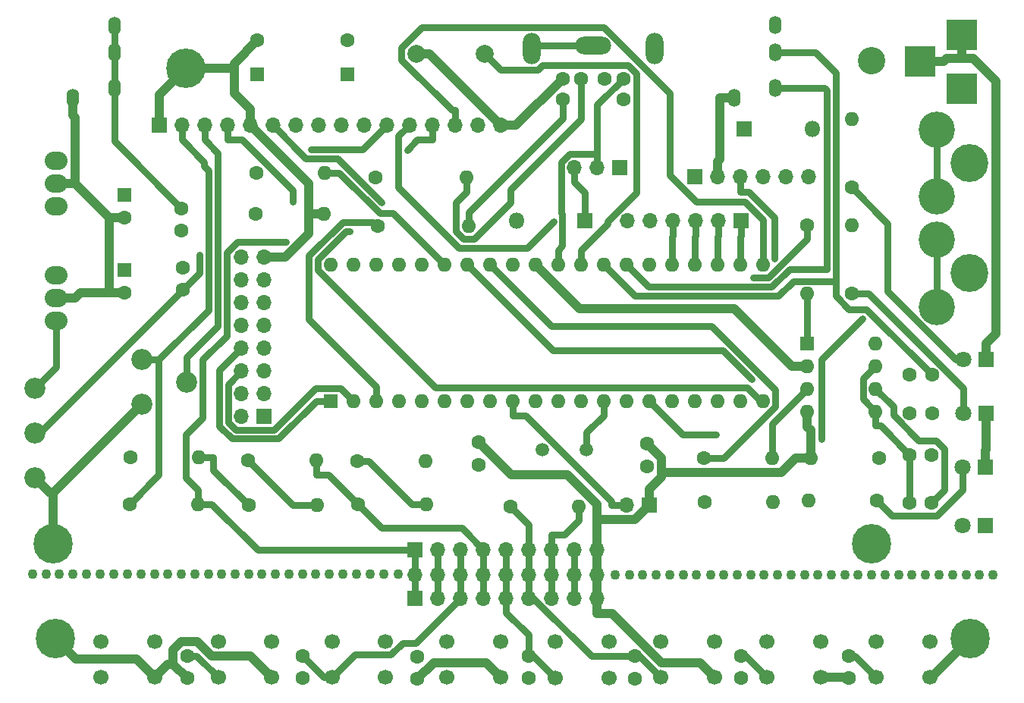
<source format=gbr>
G04 #@! TF.GenerationSoftware,KiCad,Pcbnew,5.0.2+dfsg1-1*
G04 #@! TF.CreationDate,2019-04-18T10:12:34+02:00*
G04 #@! TF.ProjectId,yaacwk,79616163-776b-42e6-9b69-6361645f7063,1.3*
G04 #@! TF.SameCoordinates,Original*
G04 #@! TF.FileFunction,Copper,L2,Bot*
G04 #@! TF.FilePolarity,Positive*
%FSLAX46Y46*%
G04 Gerber Fmt 4.6, Leading zero omitted, Abs format (unit mm)*
G04 Created by KiCad (PCBNEW 5.0.2+dfsg1-1) date gio 18 apr 2019 10:12:34 CEST*
%MOMM*%
%LPD*%
G01*
G04 APERTURE LIST*
G04 #@! TA.AperFunction,ComponentPad*
%ADD10O,1.700000X1.700000*%
G04 #@! TD*
G04 #@! TA.AperFunction,ComponentPad*
%ADD11R,1.700000X1.700000*%
G04 #@! TD*
G04 #@! TA.AperFunction,ComponentPad*
%ADD12C,4.400000*%
G04 #@! TD*
G04 #@! TA.AperFunction,ComponentPad*
%ADD13O,2.000000X3.500000*%
G04 #@! TD*
G04 #@! TA.AperFunction,ComponentPad*
%ADD14C,1.600000*%
G04 #@! TD*
G04 #@! TA.AperFunction,ComponentPad*
%ADD15O,4.000000X2.000000*%
G04 #@! TD*
G04 #@! TA.AperFunction,ComponentPad*
%ADD16C,3.064000*%
G04 #@! TD*
G04 #@! TA.AperFunction,ComponentPad*
%ADD17C,2.000000*%
G04 #@! TD*
G04 #@! TA.AperFunction,ComponentPad*
%ADD18R,1.800000X1.800000*%
G04 #@! TD*
G04 #@! TA.AperFunction,ComponentPad*
%ADD19C,1.800000*%
G04 #@! TD*
G04 #@! TA.AperFunction,ComponentPad*
%ADD20R,1.600000X1.600000*%
G04 #@! TD*
G04 #@! TA.AperFunction,ComponentPad*
%ADD21O,1.600000X1.600000*%
G04 #@! TD*
G04 #@! TA.AperFunction,ComponentPad*
%ADD22C,1.500000*%
G04 #@! TD*
G04 #@! TA.AperFunction,ComponentPad*
%ADD23O,1.800000X1.800000*%
G04 #@! TD*
G04 #@! TA.AperFunction,ComponentPad*
%ADD24O,2.540000X2.032000*%
G04 #@! TD*
G04 #@! TA.AperFunction,ComponentPad*
%ADD25O,1.400000X2.000000*%
G04 #@! TD*
G04 #@! TA.AperFunction,ComponentPad*
%ADD26C,2.340000*%
G04 #@! TD*
G04 #@! TA.AperFunction,ComponentPad*
%ADD27R,3.500000X3.500000*%
G04 #@! TD*
G04 #@! TA.AperFunction,ComponentPad*
%ADD28C,1.700000*%
G04 #@! TD*
G04 #@! TA.AperFunction,ComponentPad*
%ADD29C,4.227000*%
G04 #@! TD*
G04 #@! TA.AperFunction,ComponentPad*
%ADD30C,4.039000*%
G04 #@! TD*
G04 #@! TA.AperFunction,ViaPad*
%ADD31C,1.100000*%
G04 #@! TD*
G04 #@! TA.AperFunction,ViaPad*
%ADD32C,0.400000*%
G04 #@! TD*
G04 #@! TA.AperFunction,Conductor*
%ADD33C,0.800000*%
G04 #@! TD*
G04 #@! TA.AperFunction,Conductor*
%ADD34C,1.000000*%
G04 #@! TD*
G04 APERTURE END LIST*
D10*
G04 #@! TO.P,J12,9*
G04 #@! TO.N,GND*
X164420000Y-123000000D03*
G04 #@! TO.P,J12,8*
G04 #@! TO.N,Net-(C19-Pad2)*
X161880000Y-123000000D03*
G04 #@! TO.P,J12,7*
G04 #@! TO.N,Net-(C18-Pad2)*
X159340000Y-123000000D03*
G04 #@! TO.P,J12,6*
G04 #@! TO.N,Net-(C17-Pad2)*
X156800000Y-123000000D03*
G04 #@! TO.P,J12,5*
G04 #@! TO.N,Net-(C9-Pad2)*
X154260000Y-123000000D03*
G04 #@! TO.P,J12,4*
G04 #@! TO.N,Net-(C8-Pad2)*
X151720000Y-123000000D03*
G04 #@! TO.P,J12,3*
G04 #@! TO.N,Net-(C7-Pad2)*
X149180000Y-123000000D03*
G04 #@! TO.P,J12,2*
G04 #@! TO.N,Net-(C6-Pad2)*
X146640000Y-123000000D03*
D11*
G04 #@! TO.P,J12,1*
G04 #@! TO.N,Net-(IC1-Pad39)*
X144100000Y-123000000D03*
G04 #@! TD*
D12*
G04 #@! TO.P,HOLE2,1*
G04 #@! TO.N,GND*
X118500000Y-63850000D03*
G04 #@! TD*
G04 #@! TO.P,HOLE4,1*
G04 #@! TO.N,GND*
X195050000Y-116900000D03*
G04 #@! TD*
G04 #@! TO.P,HOLE6,1*
G04 #@! TO.N,GND*
X206050000Y-127500000D03*
G04 #@! TD*
G04 #@! TO.P,HOLE5,1*
G04 #@! TO.N,GND*
X103900000Y-127550000D03*
G04 #@! TD*
D13*
G04 #@! TO.P,PS2CONN1,7*
G04 #@! TO.N,Net-(PS2CONN1-Pad7)*
X170800000Y-61650000D03*
X157100000Y-61650000D03*
D14*
G04 #@! TO.P,PS2CONN1,1*
G04 #@! TO.N,Net-(L2-Pad2)*
X162650000Y-65000000D03*
G04 #@! TO.P,PS2CONN1,2*
G04 #@! TO.N,N/C*
X165250000Y-65000000D03*
G04 #@! TO.P,PS2CONN1,3*
G04 #@! TO.N,GND*
X160550000Y-65000000D03*
G04 #@! TO.P,PS2CONN1,4*
G04 #@! TO.N,Net-(C16-Pad1)*
X167350000Y-65000000D03*
G04 #@! TO.P,PS2CONN1,5*
G04 #@! TO.N,Net-(L1-Pad2)*
X160550000Y-67300000D03*
G04 #@! TO.P,PS2CONN1,6*
G04 #@! TO.N,N/C*
X167350000Y-67300000D03*
D15*
G04 #@! TO.P,PS2CONN1,7*
G04 #@! TO.N,Net-(PS2CONN1-Pad7)*
X163950000Y-61350000D03*
G04 #@! TD*
D16*
G04 #@! TO.P,HOLE1,*
G04 #@! TO.N,*
X195072000Y-62992000D03*
G04 #@! TD*
D17*
G04 #@! TO.P,BZ1,1*
G04 #@! TO.N,Net-(BZ1-Pad1)*
X151849840Y-62250000D03*
G04 #@! TO.P,BZ1,2*
G04 #@! TO.N,GND*
X144250160Y-62250000D03*
G04 #@! TD*
D18*
G04 #@! TO.P,D1,1*
G04 #@! TO.N,GND*
X207850000Y-96350000D03*
D19*
G04 #@! TO.P,D1,2*
G04 #@! TO.N,Net-(D1-Pad2)*
X205310000Y-96350000D03*
G04 #@! TD*
D18*
G04 #@! TO.P,D2,1*
G04 #@! TO.N,GND*
X207700000Y-108350000D03*
D19*
G04 #@! TO.P,D2,2*
G04 #@! TO.N,Net-(D2-Pad2)*
X205160000Y-108350000D03*
G04 #@! TD*
D18*
G04 #@! TO.P,D3,1*
G04 #@! TO.N,GND*
X207850000Y-102350000D03*
D19*
G04 #@! TO.P,D3,2*
G04 #@! TO.N,Net-(D3-Pad2)*
X205310000Y-102350000D03*
G04 #@! TD*
D20*
G04 #@! TO.P,IC1,1*
G04 #@! TO.N,Net-(IC1-Pad1)*
X134650000Y-101000000D03*
D21*
G04 #@! TO.P,IC1,21*
G04 #@! TO.N,Net-(DS1-Pad14)*
X182910000Y-85760000D03*
G04 #@! TO.P,IC1,2*
G04 #@! TO.N,Net-(IC1-Pad2)*
X137190000Y-101000000D03*
G04 #@! TO.P,IC1,22*
G04 #@! TO.N,Net-(IC1-Pad22)*
X180370000Y-85760000D03*
G04 #@! TO.P,IC1,3*
G04 #@! TO.N,Net-(IC1-Pad3)*
X139730000Y-101000000D03*
G04 #@! TO.P,IC1,23*
G04 #@! TO.N,Net-(IC1-Pad23)*
X177830000Y-85760000D03*
G04 #@! TO.P,IC1,4*
G04 #@! TO.N,Net-(IC1-Pad4)*
X142270000Y-101000000D03*
G04 #@! TO.P,IC1,24*
G04 #@! TO.N,Net-(IC1-Pad24)*
X175290000Y-85760000D03*
G04 #@! TO.P,IC1,5*
G04 #@! TO.N,Net-(IC1-Pad5)*
X144810000Y-101000000D03*
G04 #@! TO.P,IC1,25*
G04 #@! TO.N,Net-(IC1-Pad25)*
X172750000Y-85760000D03*
G04 #@! TO.P,IC1,6*
G04 #@! TO.N,Net-(IC1-Pad6)*
X147350000Y-101000000D03*
G04 #@! TO.P,IC1,26*
G04 #@! TO.N,Net-(DS1-Pad6)*
X170210000Y-85760000D03*
G04 #@! TO.P,IC1,7*
G04 #@! TO.N,Net-(IC1-Pad7)*
X149890000Y-101000000D03*
G04 #@! TO.P,IC1,27*
G04 #@! TO.N,Net-(C2-Pad1)*
X167670000Y-85760000D03*
G04 #@! TO.P,IC1,8*
G04 #@! TO.N,Net-(IC1-Pad8)*
X152430000Y-101000000D03*
G04 #@! TO.P,IC1,28*
G04 #@! TO.N,Net-(C3-Pad1)*
X165130000Y-85760000D03*
G04 #@! TO.P,IC1,9*
G04 #@! TO.N,Net-(IC1-Pad9)*
X154970000Y-101000000D03*
G04 #@! TO.P,IC1,29*
G04 #@! TO.N,Net-(BZ1-Pad1)*
X162590000Y-85760000D03*
G04 #@! TO.P,IC1,10*
G04 #@! TO.N,Net-(C16-Pad1)*
X157510000Y-101000000D03*
G04 #@! TO.P,IC1,30*
X160050000Y-85760000D03*
G04 #@! TO.P,IC1,11*
G04 #@! TO.N,GND*
X160050000Y-101000000D03*
G04 #@! TO.P,IC1,31*
X157510000Y-85760000D03*
G04 #@! TO.P,IC1,12*
G04 #@! TO.N,Net-(C11-Pad2)*
X162590000Y-101000000D03*
G04 #@! TO.P,IC1,32*
G04 #@! TO.N,N/C*
X154970000Y-85760000D03*
G04 #@! TO.P,IC1,13*
G04 #@! TO.N,Net-(C10-Pad2)*
X165130000Y-101000000D03*
G04 #@! TO.P,IC1,33*
G04 #@! TO.N,Net-(IC1-Pad33)*
X152430000Y-85760000D03*
G04 #@! TO.P,IC1,14*
G04 #@! TO.N,Net-(IC1-Pad14)*
X167670000Y-101000000D03*
G04 #@! TO.P,IC1,34*
G04 #@! TO.N,Net-(D4-Pad2)*
X149890000Y-85760000D03*
G04 #@! TO.P,IC1,15*
G04 #@! TO.N,Net-(IC1-Pad15)*
X170210000Y-101000000D03*
G04 #@! TO.P,IC1,35*
G04 #@! TO.N,Net-(C12-Pad2)*
X147350000Y-85760000D03*
G04 #@! TO.P,IC1,16*
G04 #@! TO.N,Net-(IC1-Pad16)*
X172750000Y-101000000D03*
G04 #@! TO.P,IC1,36*
G04 #@! TO.N,Net-(IC1-Pad36)*
X144810000Y-85760000D03*
G04 #@! TO.P,IC1,17*
G04 #@! TO.N,Net-(IC1-Pad17)*
X175290000Y-101000000D03*
G04 #@! TO.P,IC1,37*
G04 #@! TO.N,Net-(IC1-Pad37)*
X142270000Y-85760000D03*
G04 #@! TO.P,IC1,18*
G04 #@! TO.N,Net-(DS1-Pad11)*
X177830000Y-101000000D03*
G04 #@! TO.P,IC1,38*
G04 #@! TO.N,Net-(DS1-Pad4)*
X139730000Y-85760000D03*
G04 #@! TO.P,IC1,19*
G04 #@! TO.N,Net-(DS1-Pad12)*
X180370000Y-101000000D03*
G04 #@! TO.P,IC1,39*
G04 #@! TO.N,Net-(IC1-Pad39)*
X137190000Y-85760000D03*
G04 #@! TO.P,IC1,20*
G04 #@! TO.N,Net-(DS1-Pad13)*
X182910000Y-101000000D03*
G04 #@! TO.P,IC1,40*
G04 #@! TO.N,Net-(C1-Pad1)*
X134650000Y-85760000D03*
G04 #@! TD*
G04 #@! TO.P,IC2,8*
G04 #@! TO.N,Net-(C4-Pad1)*
X195470000Y-94550000D03*
G04 #@! TO.P,IC2,4*
G04 #@! TO.N,GND*
X187850000Y-102170000D03*
G04 #@! TO.P,IC2,7*
G04 #@! TO.N,Net-(C4-Pad2)*
X195470000Y-97090000D03*
G04 #@! TO.P,IC2,3*
G04 #@! TO.N,Net-(IC2-Pad3)*
X187850000Y-99630000D03*
G04 #@! TO.P,IC2,6*
G04 #@! TO.N,Net-(C5-Pad1)*
X195470000Y-99630000D03*
G04 #@! TO.P,IC2,2*
G04 #@! TO.N,GND*
X187850000Y-97090000D03*
G04 #@! TO.P,IC2,5*
G04 #@! TO.N,Net-(C4-Pad2)*
X195470000Y-102170000D03*
D20*
G04 #@! TO.P,IC2,1*
G04 #@! TO.N,Net-(IC2-Pad1)*
X187850000Y-94550000D03*
G04 #@! TD*
D14*
G04 #@! TO.P,L1,1*
G04 #@! TO.N,Net-(IC1-Pad3)*
X139900000Y-81500000D03*
D21*
G04 #@! TO.P,L1,2*
G04 #@! TO.N,Net-(L1-Pad2)*
X150060000Y-81500000D03*
G04 #@! TD*
D14*
G04 #@! TO.P,L2,1*
G04 #@! TO.N,Net-(IC1-Pad37)*
X139700000Y-76050000D03*
D21*
G04 #@! TO.P,L2,2*
G04 #@! TO.N,Net-(L2-Pad2)*
X149860000Y-76050000D03*
G04 #@! TD*
G04 #@! TO.P,R1,2*
G04 #@! TO.N,Net-(IC1-Pad39)*
X119820000Y-112500000D03*
D14*
G04 #@! TO.P,R1,1*
G04 #@! TO.N,Net-(C16-Pad1)*
X112200000Y-112500000D03*
G04 #@! TD*
D21*
G04 #@! TO.P,R2,2*
G04 #@! TO.N,Net-(C6-Pad2)*
X119970000Y-107300000D03*
D14*
G04 #@! TO.P,R2,1*
G04 #@! TO.N,Net-(IC1-Pad39)*
X112350000Y-107300000D03*
G04 #@! TD*
D21*
G04 #@! TO.P,R3,2*
G04 #@! TO.N,Net-(C7-Pad2)*
X133120000Y-112650000D03*
D14*
G04 #@! TO.P,R3,1*
G04 #@! TO.N,Net-(C6-Pad2)*
X125500000Y-112650000D03*
G04 #@! TD*
D21*
G04 #@! TO.P,R4,2*
G04 #@! TO.N,Net-(C8-Pad2)*
X133070000Y-107650000D03*
D14*
G04 #@! TO.P,R4,1*
G04 #@! TO.N,Net-(C7-Pad2)*
X125450000Y-107650000D03*
G04 #@! TD*
G04 #@! TO.P,R5,1*
G04 #@! TO.N,Net-(C8-Pad2)*
X137700000Y-112500000D03*
D21*
G04 #@! TO.P,R5,2*
G04 #@! TO.N,Net-(C9-Pad2)*
X145320000Y-112500000D03*
G04 #@! TD*
D14*
G04 #@! TO.P,R6,1*
G04 #@! TO.N,Net-(D1-Pad2)*
X192800000Y-77150000D03*
D21*
G04 #@! TO.P,R6,2*
G04 #@! TO.N,Net-(C16-Pad1)*
X192800000Y-69530000D03*
G04 #@! TD*
D14*
G04 #@! TO.P,R7,1*
G04 #@! TO.N,Net-(D2-Pad2)*
X195650000Y-112150000D03*
D21*
G04 #@! TO.P,R7,2*
G04 #@! TO.N,Net-(IC1-Pad33)*
X188030000Y-112150000D03*
G04 #@! TD*
G04 #@! TO.P,R8,2*
G04 #@! TO.N,Net-(IC1-Pad36)*
X192800000Y-81380000D03*
D14*
G04 #@! TO.P,R8,1*
G04 #@! TO.N,Net-(D3-Pad2)*
X192800000Y-89000000D03*
G04 #@! TD*
G04 #@! TO.P,R9,1*
G04 #@! TO.N,Net-(D4-Pad1)*
X195850000Y-107400000D03*
D21*
G04 #@! TO.P,R9,2*
G04 #@! TO.N,GND*
X188230000Y-107400000D03*
G04 #@! TD*
D14*
G04 #@! TO.P,R10,1*
G04 #@! TO.N,Net-(IC1-Pad36)*
X187800000Y-81400000D03*
D21*
G04 #@! TO.P,R10,2*
G04 #@! TO.N,Net-(IC2-Pad1)*
X187800000Y-89020000D03*
G04 #@! TD*
D14*
G04 #@! TO.P,R11,1*
G04 #@! TO.N,Net-(IC1-Pad33)*
X176300000Y-107400000D03*
D21*
G04 #@! TO.P,R11,2*
G04 #@! TO.N,Net-(IC2-Pad3)*
X183920000Y-107400000D03*
G04 #@! TD*
D14*
G04 #@! TO.P,R12,1*
G04 #@! TO.N,Net-(C16-Pad1)*
X126400000Y-75500000D03*
D21*
G04 #@! TO.P,R12,2*
G04 #@! TO.N,Net-(C12-Pad2)*
X134020000Y-75500000D03*
G04 #@! TD*
D14*
G04 #@! TO.P,R13,1*
G04 #@! TO.N,Net-(C12-Pad2)*
X126300000Y-80100000D03*
D21*
G04 #@! TO.P,R13,2*
G04 #@! TO.N,GND*
X133920000Y-80100000D03*
G04 #@! TD*
D22*
G04 #@! TO.P,Y1,1*
G04 #@! TO.N,Net-(C10-Pad2)*
X163200000Y-106400000D03*
G04 #@! TO.P,Y1,2*
G04 #@! TO.N,Net-(C11-Pad2)*
X158320000Y-106400000D03*
G04 #@! TD*
D18*
G04 #@! TO.P,D5,1*
G04 #@! TO.N,Net-(D5-Pad1)*
X163000000Y-80900000D03*
D23*
G04 #@! TO.P,D5,2*
G04 #@! TO.N,Net-(D5-Pad2)*
X155380000Y-80900000D03*
G04 #@! TD*
D18*
G04 #@! TO.P,D6,1*
G04 #@! TO.N,Net-(C14-Pad1)*
X180850000Y-70600000D03*
D23*
G04 #@! TO.P,D6,2*
G04 #@! TO.N,Net-(D6-Pad2)*
X188470000Y-70600000D03*
G04 #@! TD*
D10*
G04 #@! TO.P,J6,6*
G04 #@! TO.N,N/C*
X188000000Y-76000000D03*
G04 #@! TO.P,J6,5*
X185460000Y-76000000D03*
G04 #@! TO.P,J6,4*
G04 #@! TO.N,Net-(IC1-Pad15)*
X182920000Y-76000000D03*
G04 #@! TO.P,J6,3*
G04 #@! TO.N,Net-(IC1-Pad14)*
X180380000Y-76000000D03*
G04 #@! TO.P,J6,2*
G04 #@! TO.N,GND*
X177840000Y-76000000D03*
D11*
G04 #@! TO.P,J6,1*
G04 #@! TO.N,Net-(D5-Pad2)*
X175300000Y-76000000D03*
G04 #@! TD*
G04 #@! TO.P,SW6,1*
G04 #@! TO.N,GND*
X170200000Y-112600000D03*
D10*
G04 #@! TO.P,SW6,2*
G04 #@! TO.N,Net-(IC1-Pad9)*
X167660000Y-112600000D03*
G04 #@! TD*
D24*
G04 #@! TO.P,U1,GND*
G04 #@! TO.N,GND*
X104000000Y-76750000D03*
G04 #@! TO.P,U1,VO*
G04 #@! TO.N,Net-(C13-Pad1)*
X104000000Y-74210000D03*
G04 #@! TO.P,U1,VI*
G04 #@! TO.N,Net-(C14-Pad1)*
X104000000Y-79290000D03*
G04 #@! TD*
D25*
G04 #@! TO.P,J2,5*
G04 #@! TO.N,GND*
X105904000Y-67180000D03*
G04 #@! TO.P,J2,4*
G04 #@! TO.N,Net-(C12-Pad1)*
X110504000Y-66080000D03*
G04 #@! TO.P,J2,3*
X110504000Y-62080000D03*
G04 #@! TO.P,J2,2*
X110504000Y-59080000D03*
G04 #@! TD*
D26*
G04 #@! TO.P,LCDPot2,3*
G04 #@! TO.N,GND*
X113600000Y-101400000D03*
G04 #@! TO.P,LCDPot2,2*
G04 #@! TO.N,Net-(DS1-Pad3)*
X118600000Y-98900000D03*
G04 #@! TO.P,LCDPot2,1*
G04 #@! TO.N,Net-(C16-Pad1)*
X113600000Y-96400000D03*
G04 #@! TD*
D11*
G04 #@! TO.P,DS1,1*
G04 #@! TO.N,GND*
X115500000Y-70200000D03*
D10*
G04 #@! TO.P,DS1,2*
G04 #@! TO.N,Net-(C16-Pad1)*
X118040000Y-70200000D03*
G04 #@! TO.P,DS1,3*
G04 #@! TO.N,Net-(DS1-Pad3)*
X120580000Y-70200000D03*
G04 #@! TO.P,DS1,4*
G04 #@! TO.N,Net-(DS1-Pad4)*
X123120000Y-70200000D03*
G04 #@! TO.P,DS1,5*
G04 #@! TO.N,GND*
X125660000Y-70200000D03*
G04 #@! TO.P,DS1,6*
G04 #@! TO.N,Net-(DS1-Pad6)*
X128200000Y-70200000D03*
G04 #@! TO.P,DS1,7*
G04 #@! TO.N,N/C*
X130740000Y-70200000D03*
G04 #@! TO.P,DS1,8*
X133280000Y-70200000D03*
G04 #@! TO.P,DS1,9*
X135820000Y-70200000D03*
G04 #@! TO.P,DS1,10*
X138360000Y-70200000D03*
G04 #@! TO.P,DS1,11*
G04 #@! TO.N,Net-(DS1-Pad11)*
X140900000Y-70200000D03*
G04 #@! TO.P,DS1,12*
G04 #@! TO.N,Net-(DS1-Pad12)*
X143440000Y-70200000D03*
G04 #@! TO.P,DS1,13*
G04 #@! TO.N,Net-(DS1-Pad13)*
X145980000Y-70200000D03*
G04 #@! TO.P,DS1,14*
G04 #@! TO.N,Net-(DS1-Pad14)*
X148520000Y-70200000D03*
G04 #@! TO.P,DS1,15*
G04 #@! TO.N,Net-(C16-Pad1)*
X151060000Y-70200000D03*
G04 #@! TO.P,DS1,16*
G04 #@! TO.N,GND*
X153600000Y-70200000D03*
G04 #@! TD*
D11*
G04 #@! TO.P,J7,1*
G04 #@! TO.N,Net-(IC1-Pad22)*
X180450000Y-80900000D03*
D10*
G04 #@! TO.P,J7,2*
G04 #@! TO.N,Net-(IC1-Pad23)*
X177910000Y-80900000D03*
G04 #@! TO.P,J7,3*
G04 #@! TO.N,Net-(IC1-Pad24)*
X175370000Y-80900000D03*
G04 #@! TO.P,J7,4*
G04 #@! TO.N,Net-(IC1-Pad25)*
X172830000Y-80900000D03*
G04 #@! TO.P,J7,5*
G04 #@! TO.N,Net-(IC1-Pad17)*
X170290000Y-80900000D03*
G04 #@! TO.P,J7,6*
G04 #@! TO.N,Net-(IC1-Pad16)*
X167750000Y-80900000D03*
G04 #@! TD*
D11*
G04 #@! TO.P,J9,1*
G04 #@! TO.N,Net-(C13-Pad1)*
X166969000Y-74940000D03*
D10*
G04 #@! TO.P,J9,2*
G04 #@! TO.N,Net-(C16-Pad1)*
X164429000Y-74940000D03*
G04 #@! TO.P,J9,3*
G04 #@! TO.N,Net-(D5-Pad1)*
X161889000Y-74940000D03*
G04 #@! TD*
D24*
G04 #@! TO.P,U2,GND*
G04 #@! TO.N,GND*
X104000000Y-89500000D03*
G04 #@! TO.P,U2,VO*
G04 #@! TO.N,Net-(C15-Pad1)*
X104000000Y-86960000D03*
G04 #@! TO.P,U2,VI*
G04 #@! TO.N,Net-(C16-Pad1)*
X104000000Y-92040000D03*
G04 #@! TD*
D27*
G04 #@! TO.P,J1,1*
G04 #@! TO.N,Net-(D6-Pad2)*
X205150000Y-66100000D03*
G04 #@! TO.P,J1,2*
G04 #@! TO.N,GND*
X205150000Y-60100000D03*
G04 #@! TO.P,J1,3*
X200450000Y-63100000D03*
G04 #@! TD*
D20*
G04 #@! TO.P,C14,1*
G04 #@! TO.N,Net-(C14-Pad1)*
X126500000Y-64500000D03*
D14*
G04 #@! TO.P,C14,2*
G04 #@! TO.N,GND*
X126500000Y-60700000D03*
G04 #@! TD*
D20*
G04 #@! TO.P,C16,1*
G04 #@! TO.N,Net-(C16-Pad1)*
X136500000Y-64500000D03*
D14*
G04 #@! TO.P,C16,2*
G04 #@! TO.N,GND*
X136500000Y-60700000D03*
G04 #@! TD*
G04 #@! TO.P,R14,1*
G04 #@! TO.N,Net-(C9-Pad2)*
X137650000Y-107700000D03*
D21*
G04 #@! TO.P,R14,2*
G04 #@! TO.N,Net-(C17-Pad2)*
X145270000Y-107700000D03*
G04 #@! TD*
D14*
G04 #@! TO.P,R15,1*
G04 #@! TO.N,Net-(C17-Pad2)*
X154750000Y-112750000D03*
D21*
G04 #@! TO.P,R15,2*
G04 #@! TO.N,Net-(C18-Pad2)*
X162370000Y-112750000D03*
G04 #@! TD*
D14*
G04 #@! TO.P,R16,1*
G04 #@! TO.N,Net-(C18-Pad2)*
X176400000Y-112250000D03*
D21*
G04 #@! TO.P,R16,2*
G04 #@! TO.N,Net-(C19-Pad2)*
X184020000Y-112250000D03*
G04 #@! TD*
D26*
G04 #@! TO.P,SpeedPot1,1*
G04 #@! TO.N,Net-(C16-Pad1)*
X101650000Y-99600000D03*
G04 #@! TO.P,SpeedPot1,2*
G04 #@! TO.N,Net-(C1-Pad1)*
X101650000Y-104600000D03*
G04 #@! TO.P,SpeedPot1,3*
G04 #@! TO.N,GND*
X101650000Y-109600000D03*
G04 #@! TD*
D18*
G04 #@! TO.P,D4,1*
G04 #@! TO.N,Net-(D4-Pad1)*
X207700000Y-114900000D03*
D19*
G04 #@! TO.P,D4,2*
G04 #@! TO.N,Net-(D4-Pad2)*
X205160000Y-114900000D03*
G04 #@! TD*
D14*
G04 #@! TO.P,C3,2*
G04 #@! TO.N,GND*
X199300000Y-98100000D03*
G04 #@! TO.P,C3,1*
G04 #@! TO.N,Net-(C3-Pad1)*
X201800000Y-98100000D03*
G04 #@! TD*
G04 #@! TO.P,C2,2*
G04 #@! TO.N,GND*
X199300000Y-102350000D03*
G04 #@! TO.P,C2,1*
G04 #@! TO.N,Net-(C2-Pad1)*
X201800000Y-102350000D03*
G04 #@! TD*
G04 #@! TO.P,C10,1*
G04 #@! TO.N,GND*
X170000000Y-105800000D03*
G04 #@! TO.P,C10,2*
G04 #@! TO.N,Net-(C10-Pad2)*
X170000000Y-108300000D03*
G04 #@! TD*
G04 #@! TO.P,C11,1*
G04 #@! TO.N,GND*
X151200000Y-105600000D03*
G04 #@! TO.P,C11,2*
G04 #@! TO.N,Net-(C11-Pad2)*
X151200000Y-108100000D03*
G04 #@! TD*
G04 #@! TO.P,C1,1*
G04 #@! TO.N,Net-(C1-Pad1)*
X118200000Y-88600000D03*
G04 #@! TO.P,C1,2*
G04 #@! TO.N,GND*
X118200000Y-86100000D03*
G04 #@! TD*
G04 #@! TO.P,C12,1*
G04 #@! TO.N,Net-(C12-Pad1)*
X118000000Y-79500000D03*
G04 #@! TO.P,C12,2*
G04 #@! TO.N,Net-(C12-Pad2)*
X118000000Y-82000000D03*
G04 #@! TD*
D20*
G04 #@! TO.P,C13,1*
G04 #@! TO.N,Net-(C13-Pad1)*
X111600000Y-78000000D03*
D14*
G04 #@! TO.P,C13,2*
G04 #@! TO.N,GND*
X111600000Y-80500000D03*
G04 #@! TD*
D20*
G04 #@! TO.P,C15,1*
G04 #@! TO.N,Net-(C15-Pad1)*
X111600000Y-86400000D03*
D14*
G04 #@! TO.P,C15,2*
G04 #@! TO.N,GND*
X111600000Y-88900000D03*
G04 #@! TD*
G04 #@! TO.P,C4,1*
G04 #@! TO.N,Net-(C4-Pad1)*
X201750000Y-107000000D03*
G04 #@! TO.P,C4,2*
G04 #@! TO.N,Net-(C4-Pad2)*
X199250000Y-107000000D03*
G04 #@! TD*
G04 #@! TO.P,C5,1*
G04 #@! TO.N,Net-(C5-Pad1)*
X201750000Y-112350000D03*
G04 #@! TO.P,C5,2*
G04 #@! TO.N,Net-(C4-Pad2)*
X199250000Y-112350000D03*
G04 #@! TD*
D11*
G04 #@! TO.P,J8,1*
G04 #@! TO.N,Net-(C15-Pad1)*
X127250000Y-102750000D03*
D10*
G04 #@! TO.P,J8,2*
X124710000Y-102750000D03*
G04 #@! TO.P,J8,3*
G04 #@! TO.N,Net-(C16-Pad1)*
X127250000Y-100210000D03*
G04 #@! TO.P,J8,4*
X124710000Y-100210000D03*
G04 #@! TO.P,J8,5*
G04 #@! TO.N,Net-(IC1-Pad4)*
X127250000Y-97670000D03*
G04 #@! TO.P,J8,6*
G04 #@! TO.N,Net-(IC1-Pad2)*
X124710000Y-97670000D03*
G04 #@! TO.P,J8,7*
G04 #@! TO.N,Net-(IC1-Pad5)*
X127250000Y-95130000D03*
G04 #@! TO.P,J8,8*
G04 #@! TO.N,Net-(IC1-Pad1)*
X124710000Y-95130000D03*
G04 #@! TO.P,J8,9*
G04 #@! TO.N,Net-(IC1-Pad6)*
X127250000Y-92590000D03*
G04 #@! TO.P,J8,10*
X124710000Y-92590000D03*
G04 #@! TO.P,J8,11*
G04 #@! TO.N,Net-(IC1-Pad7)*
X127250000Y-90050000D03*
G04 #@! TO.P,J8,12*
X124710000Y-90050000D03*
G04 #@! TO.P,J8,13*
G04 #@! TO.N,Net-(IC1-Pad8)*
X127250000Y-87510000D03*
G04 #@! TO.P,J8,14*
X124710000Y-87510000D03*
G04 #@! TO.P,J8,15*
G04 #@! TO.N,GND*
X127250000Y-84970000D03*
G04 #@! TO.P,J8,16*
X124710000Y-84970000D03*
G04 #@! TD*
D28*
G04 #@! TO.P,SW1,1*
G04 #@! TO.N,GND*
X115000000Y-131850000D03*
G04 #@! TO.P,SW1,2*
G04 #@! TO.N,Net-(IC1-Pad39)*
X109000000Y-131850000D03*
G04 #@! TO.P,SW1,3*
G04 #@! TO.N,N/C*
X115000000Y-127850000D03*
G04 #@! TO.P,SW1,4*
X109000000Y-127850000D03*
G04 #@! TD*
G04 #@! TO.P,SW2,1*
G04 #@! TO.N,GND*
X128100000Y-131850000D03*
G04 #@! TO.P,SW2,2*
G04 #@! TO.N,Net-(C6-Pad2)*
X122100000Y-131850000D03*
G04 #@! TO.P,SW2,3*
G04 #@! TO.N,N/C*
X128100000Y-127850000D03*
G04 #@! TO.P,SW2,4*
X122100000Y-127850000D03*
G04 #@! TD*
G04 #@! TO.P,SW3,1*
G04 #@! TO.N,GND*
X140800000Y-131850000D03*
G04 #@! TO.P,SW3,2*
G04 #@! TO.N,Net-(C7-Pad2)*
X134800000Y-131850000D03*
G04 #@! TO.P,SW3,3*
G04 #@! TO.N,N/C*
X140800000Y-127850000D03*
G04 #@! TO.P,SW3,4*
X134800000Y-127850000D03*
G04 #@! TD*
G04 #@! TO.P,SW4,4*
G04 #@! TO.N,N/C*
X147600000Y-127850000D03*
G04 #@! TO.P,SW4,3*
X153600000Y-127850000D03*
G04 #@! TO.P,SW4,2*
G04 #@! TO.N,Net-(C8-Pad2)*
X147600000Y-131850000D03*
G04 #@! TO.P,SW4,1*
G04 #@! TO.N,GND*
X153600000Y-131850000D03*
G04 #@! TD*
G04 #@! TO.P,SW5,4*
G04 #@! TO.N,N/C*
X159750000Y-127900000D03*
G04 #@! TO.P,SW5,3*
X165750000Y-127900000D03*
G04 #@! TO.P,SW5,2*
G04 #@! TO.N,Net-(C9-Pad2)*
X159750000Y-131900000D03*
G04 #@! TO.P,SW5,1*
G04 #@! TO.N,GND*
X165750000Y-131900000D03*
G04 #@! TD*
G04 #@! TO.P,SW7,4*
G04 #@! TO.N,N/C*
X171500000Y-127850000D03*
G04 #@! TO.P,SW7,3*
X177500000Y-127850000D03*
G04 #@! TO.P,SW7,2*
G04 #@! TO.N,Net-(C17-Pad2)*
X171500000Y-131850000D03*
G04 #@! TO.P,SW7,1*
G04 #@! TO.N,GND*
X177500000Y-131850000D03*
G04 #@! TD*
G04 #@! TO.P,SW8,4*
G04 #@! TO.N,N/C*
X183350000Y-127850000D03*
G04 #@! TO.P,SW8,3*
X189350000Y-127850000D03*
G04 #@! TO.P,SW8,2*
G04 #@! TO.N,Net-(C18-Pad2)*
X183350000Y-131850000D03*
G04 #@! TO.P,SW8,1*
G04 #@! TO.N,GND*
X189350000Y-131850000D03*
G04 #@! TD*
G04 #@! TO.P,SW9,4*
G04 #@! TO.N,N/C*
X195550000Y-127850000D03*
G04 #@! TO.P,SW9,3*
X201550000Y-127850000D03*
G04 #@! TO.P,SW9,2*
G04 #@! TO.N,Net-(C19-Pad2)*
X195550000Y-131850000D03*
G04 #@! TO.P,SW9,1*
G04 #@! TO.N,GND*
X201550000Y-131850000D03*
G04 #@! TD*
D11*
G04 #@! TO.P,J10,1*
G04 #@! TO.N,Net-(IC1-Pad39)*
X144100000Y-117600000D03*
D10*
G04 #@! TO.P,J10,2*
G04 #@! TO.N,Net-(C6-Pad2)*
X146640000Y-117600000D03*
G04 #@! TO.P,J10,3*
G04 #@! TO.N,Net-(C7-Pad2)*
X149180000Y-117600000D03*
G04 #@! TO.P,J10,4*
G04 #@! TO.N,Net-(C8-Pad2)*
X151720000Y-117600000D03*
G04 #@! TO.P,J10,5*
G04 #@! TO.N,Net-(C9-Pad2)*
X154260000Y-117600000D03*
G04 #@! TO.P,J10,6*
G04 #@! TO.N,Net-(C17-Pad2)*
X156800000Y-117600000D03*
G04 #@! TO.P,J10,7*
G04 #@! TO.N,Net-(C18-Pad2)*
X159340000Y-117600000D03*
G04 #@! TO.P,J10,8*
G04 #@! TO.N,Net-(C19-Pad2)*
X161880000Y-117600000D03*
G04 #@! TO.P,J10,9*
G04 #@! TO.N,GND*
X164420000Y-117600000D03*
G04 #@! TD*
G04 #@! TO.P,J11,1*
G04 #@! TO.N,Net-(IC1-Pad39)*
X144100000Y-120400000D03*
G04 #@! TO.P,J11,2*
G04 #@! TO.N,Net-(C6-Pad2)*
X146640000Y-120400000D03*
G04 #@! TO.P,J11,3*
G04 #@! TO.N,Net-(C7-Pad2)*
X149180000Y-120400000D03*
G04 #@! TO.P,J11,4*
G04 #@! TO.N,Net-(C8-Pad2)*
X151720000Y-120400000D03*
G04 #@! TO.P,J11,5*
G04 #@! TO.N,Net-(C9-Pad2)*
X154260000Y-120400000D03*
G04 #@! TO.P,J11,6*
G04 #@! TO.N,Net-(C17-Pad2)*
X156800000Y-120400000D03*
G04 #@! TO.P,J11,7*
G04 #@! TO.N,Net-(C18-Pad2)*
X159340000Y-120400000D03*
G04 #@! TO.P,J11,8*
G04 #@! TO.N,Net-(C19-Pad2)*
X161880000Y-120400000D03*
G04 #@! TO.P,J11,9*
G04 #@! TO.N,GND*
X164420000Y-120400000D03*
G04 #@! TD*
D12*
G04 #@! TO.P,HOLE3,1*
G04 #@! TO.N,GND*
X103700000Y-116950000D03*
G04 #@! TD*
D14*
G04 #@! TO.P,C6,1*
G04 #@! TO.N,GND*
X118650000Y-131950000D03*
G04 #@! TO.P,C6,2*
G04 #@! TO.N,Net-(C6-Pad2)*
X118650000Y-129450000D03*
G04 #@! TD*
G04 #@! TO.P,C7,2*
G04 #@! TO.N,Net-(C7-Pad2)*
X131550000Y-129450000D03*
G04 #@! TO.P,C7,1*
G04 #@! TO.N,GND*
X131550000Y-131950000D03*
G04 #@! TD*
G04 #@! TO.P,C8,1*
G04 #@! TO.N,GND*
X144350000Y-132050000D03*
G04 #@! TO.P,C8,2*
G04 #@! TO.N,Net-(C8-Pad2)*
X144350000Y-129550000D03*
G04 #@! TD*
G04 #@! TO.P,C9,1*
G04 #@! TO.N,GND*
X156750000Y-131950000D03*
G04 #@! TO.P,C9,2*
G04 #@! TO.N,Net-(C9-Pad2)*
X156750000Y-129450000D03*
G04 #@! TD*
G04 #@! TO.P,C17,1*
G04 #@! TO.N,GND*
X168650000Y-132000000D03*
G04 #@! TO.P,C17,2*
G04 #@! TO.N,Net-(C17-Pad2)*
X168650000Y-129500000D03*
G04 #@! TD*
G04 #@! TO.P,C18,2*
G04 #@! TO.N,Net-(C18-Pad2)*
X180500000Y-129450000D03*
G04 #@! TO.P,C18,1*
G04 #@! TO.N,GND*
X180500000Y-131950000D03*
G04 #@! TD*
G04 #@! TO.P,C19,1*
G04 #@! TO.N,GND*
X192500000Y-131950000D03*
G04 #@! TO.P,C19,2*
G04 #@! TO.N,Net-(C19-Pad2)*
X192500000Y-129450000D03*
G04 #@! TD*
D29*
G04 #@! TO.P,J3,1*
G04 #@! TO.N,Net-(C4-Pad2)*
X206000000Y-74450000D03*
D30*
G04 #@! TO.P,J3,2*
G04 #@! TO.N,Net-(C4-Pad1)*
X202300000Y-78200000D03*
G04 #@! TO.P,J3,3*
X202300000Y-70700000D03*
G04 #@! TD*
G04 #@! TO.P,J4,3*
G04 #@! TO.N,Net-(C5-Pad1)*
X202300000Y-83000000D03*
G04 #@! TO.P,J4,2*
X202300000Y-90500000D03*
D29*
G04 #@! TO.P,J4,1*
G04 #@! TO.N,Net-(C4-Pad2)*
X206000000Y-86750000D03*
G04 #@! TD*
D25*
G04 #@! TO.P,J5,2*
G04 #@! TO.N,N/C*
X184300000Y-59050000D03*
G04 #@! TO.P,J5,3*
G04 #@! TO.N,Net-(C3-Pad1)*
X184300000Y-62050000D03*
G04 #@! TO.P,J5,4*
G04 #@! TO.N,Net-(C2-Pad1)*
X184300000Y-66050000D03*
G04 #@! TO.P,J5,5*
G04 #@! TO.N,GND*
X179700000Y-67150000D03*
G04 #@! TD*
D31*
G04 #@! TO.N,*
X166450000Y-120400000D03*
X168000000Y-120400000D03*
X169500000Y-120400000D03*
X171000000Y-120400000D03*
X172500000Y-120400000D03*
X174000000Y-120400000D03*
X180050000Y-120400000D03*
X177050000Y-120400000D03*
X178550000Y-120400000D03*
X183050000Y-120400000D03*
X175500000Y-120400000D03*
X181550000Y-120400000D03*
X189050000Y-120400000D03*
X190550000Y-120400000D03*
X187550000Y-120400000D03*
X186050000Y-120400000D03*
X192050000Y-120400000D03*
X184500000Y-120400000D03*
X201050000Y-120400000D03*
X193500000Y-120400000D03*
X198050000Y-120400000D03*
X195050000Y-120400000D03*
X196550000Y-120400000D03*
X199550000Y-120400000D03*
X204100000Y-120400000D03*
X208600000Y-120400000D03*
X202550000Y-120400000D03*
X205600000Y-120400000D03*
X207100000Y-120400000D03*
X125500000Y-120350000D03*
X117950000Y-120350000D03*
X122500000Y-120350000D03*
X128500000Y-120350000D03*
X113500000Y-120350000D03*
X142200000Y-120350000D03*
X140600000Y-120350000D03*
X137550000Y-120350000D03*
X133000000Y-120350000D03*
X119500000Y-120350000D03*
X139050000Y-120350000D03*
X121000000Y-120350000D03*
X126950000Y-120350000D03*
X115000000Y-120350000D03*
X116500000Y-120350000D03*
X136000000Y-120350000D03*
X124000000Y-120350000D03*
X134500000Y-120350000D03*
X130000000Y-120350000D03*
X131500000Y-120350000D03*
X108950000Y-120350000D03*
X110450000Y-120350000D03*
X102900000Y-120350000D03*
X101400000Y-120350000D03*
X111950000Y-120350000D03*
X107450000Y-120350000D03*
X105900000Y-120350000D03*
X104400000Y-120350000D03*
D32*
G04 #@! TO.N,Net-(C1-Pad1)*
X120047700Y-84657500D03*
G04 #@! TO.N,Net-(C2-Pad1)*
X190043800Y-86260700D03*
G04 #@! TO.N,Net-(DS1-Pad4)*
X130402500Y-78736500D03*
G04 #@! TO.N,Net-(DS1-Pad6)*
X140355300Y-78816300D03*
G04 #@! TO.N,Net-(DS1-Pad11)*
X132479200Y-72912900D03*
G04 #@! TO.N,Net-(DS1-Pad12)*
X159522100Y-80992500D03*
G04 #@! TO.N,Net-(DS1-Pad13)*
X136801500Y-82021500D03*
X143217500Y-72962500D03*
G04 #@! TO.N,Net-(IC1-Pad14)*
X184223700Y-85085900D03*
G04 #@! TO.N,Net-(IC1-Pad15)*
X177721900Y-104714500D03*
X189464900Y-105220300D03*
X194054200Y-91768900D03*
G04 #@! TO.N,Net-(IC1-Pad36)*
X181793300Y-87224000D03*
G04 #@! TO.N,Net-(IC1-Pad39)*
X129657400Y-83231000D03*
G04 #@! TO.N,Net-(D4-Pad2)*
X181660300Y-98574100D03*
G04 #@! TO.N,Net-(C16-Pad1)*
X120547800Y-74790000D03*
G04 #@! TD*
D33*
G04 #@! TO.N,Net-(BZ1-Pad1)*
X162590000Y-85760000D02*
X162590000Y-84160000D01*
X162590000Y-84160000D02*
X165568000Y-81182000D01*
X165568000Y-81182000D02*
X165568000Y-80977400D01*
X165568000Y-80977400D02*
X168765300Y-77780100D01*
X168765300Y-77780100D02*
X168765300Y-64418200D01*
X168765300Y-64418200D02*
X167896700Y-63549600D01*
X167896700Y-63549600D02*
X158261700Y-63549600D01*
X158261700Y-63549600D02*
X157764000Y-64047300D01*
X157764000Y-64047300D02*
X153647100Y-64047300D01*
X153647100Y-64047300D02*
X151849800Y-62250000D01*
D34*
G04 #@! TO.N,GND*
X144250200Y-62250000D02*
X145650000Y-62250000D01*
X145650000Y-62250000D02*
X153600000Y-70200000D01*
X160550000Y-65000000D02*
X155350000Y-70200000D01*
X155350000Y-70200000D02*
X153600000Y-70200000D01*
X186150000Y-97090000D02*
X179736700Y-90676700D01*
X179736700Y-90676700D02*
X162426700Y-90676700D01*
X162426700Y-90676700D02*
X157510000Y-85760000D01*
X187850000Y-97090000D02*
X186150000Y-97090000D01*
X144350000Y-132050000D02*
X146153400Y-130246600D01*
X146153400Y-130246600D02*
X151996600Y-130246600D01*
X151996600Y-130246600D02*
X153600000Y-131850000D01*
X189350000Y-131850000D02*
X192400000Y-131850000D01*
X192400000Y-131850000D02*
X192500000Y-131950000D01*
X179700000Y-67150000D02*
X178100000Y-67150000D01*
X207850000Y-96350000D02*
X207850000Y-94550000D01*
X207850000Y-94550000D02*
X208892200Y-93507800D01*
X208892200Y-93507800D02*
X208892200Y-65277100D01*
X208892200Y-65277100D02*
X206365100Y-62750000D01*
X206365100Y-62750000D02*
X205150000Y-62750000D01*
X205150000Y-60100000D02*
X205150000Y-62750000D01*
X200450000Y-63100000D02*
X203100000Y-63100000D01*
X203100000Y-63100000D02*
X203450000Y-62750000D01*
X203450000Y-62750000D02*
X205150000Y-62750000D01*
X171574800Y-108975400D02*
X171574800Y-107374800D01*
X171574800Y-107374800D02*
X170000000Y-105800000D01*
X170200000Y-110850000D02*
X171574800Y-109475200D01*
X171574800Y-109475200D02*
X171574800Y-108975400D01*
X171574800Y-108975400D02*
X184954600Y-108975400D01*
X184954600Y-108975400D02*
X186530000Y-107400000D01*
X188230000Y-107400000D02*
X186530000Y-107400000D01*
X170200000Y-112600000D02*
X170200000Y-110850000D01*
X164420000Y-114201600D02*
X168598400Y-114201600D01*
X168598400Y-114201600D02*
X170200000Y-112600000D01*
X117060400Y-130360400D02*
X117060400Y-128801300D01*
X117060400Y-128801300D02*
X117995800Y-127865900D01*
X117995800Y-127865900D02*
X119805400Y-127865900D01*
X119805400Y-127865900D02*
X121389900Y-129450400D01*
X121389900Y-129450400D02*
X125700400Y-129450400D01*
X125700400Y-129450400D02*
X128100000Y-131850000D01*
X118650000Y-131950000D02*
X117060400Y-130360400D01*
X117060400Y-130360400D02*
X116489600Y-130360400D01*
X116489600Y-130360400D02*
X115000000Y-131850000D01*
X109984900Y-88900000D02*
X106770000Y-88900000D01*
X106770000Y-88900000D02*
X106170000Y-89500000D01*
X111600000Y-88900000D02*
X109984900Y-88900000D01*
X109984900Y-80564900D02*
X109984900Y-88900000D01*
X111600000Y-80500000D02*
X110049800Y-80500000D01*
X110049800Y-80500000D02*
X109984900Y-80564900D01*
X109984900Y-80564900D02*
X106170000Y-76750000D01*
X105904000Y-67180000D02*
X105904000Y-69080000D01*
X105904000Y-69080000D02*
X106170000Y-69346000D01*
X106170000Y-69346000D02*
X106170000Y-76750000D01*
X104000000Y-76750000D02*
X106170000Y-76750000D01*
X207700000Y-108350000D02*
X207700000Y-106550000D01*
X207850000Y-102350000D02*
X207850000Y-106400000D01*
X207850000Y-106400000D02*
X207700000Y-106550000D01*
X187850000Y-102170000D02*
X187850000Y-103870000D01*
X177840000Y-76000000D02*
X177840000Y-74250000D01*
X178100000Y-67150000D02*
X178100000Y-73990000D01*
X178100000Y-73990000D02*
X177840000Y-74250000D01*
X164420000Y-114201600D02*
X164420000Y-117600000D01*
X151200000Y-105600000D02*
X154827600Y-109227600D01*
X154827600Y-109227600D02*
X161109700Y-109227600D01*
X161109700Y-109227600D02*
X164420000Y-112537900D01*
X164420000Y-112537900D02*
X164420000Y-114201600D01*
X125660000Y-68450000D02*
X123890000Y-66680000D01*
X123890000Y-66680000D02*
X123890000Y-63850000D01*
X129000000Y-84970000D02*
X129594000Y-84970000D01*
X129594000Y-84970000D02*
X132220000Y-82344000D01*
X132220000Y-82344000D02*
X132220000Y-80100000D01*
X126500000Y-60700000D02*
X123890000Y-63310000D01*
X123890000Y-63310000D02*
X123890000Y-63850000D01*
X123890000Y-63850000D02*
X118500000Y-63850000D01*
X125660000Y-70200000D02*
X125660000Y-68450000D01*
X125660000Y-70200000D02*
X132220000Y-76760000D01*
X132220000Y-76760000D02*
X132220000Y-80100000D01*
X104000000Y-89500000D02*
X106170000Y-89500000D01*
X188230000Y-105700000D02*
X188230000Y-104250000D01*
X188230000Y-104250000D02*
X187850000Y-103870000D01*
X164420000Y-123000000D02*
X164420000Y-124750000D01*
X177500000Y-131850000D02*
X175899600Y-130249600D01*
X175899600Y-130249600D02*
X171592200Y-130249600D01*
X171592200Y-130249600D02*
X166092600Y-124750000D01*
X166092600Y-124750000D02*
X164420000Y-124750000D01*
X188230000Y-106550000D02*
X188230000Y-107400000D01*
X188230000Y-106550000D02*
X188230000Y-105700000D01*
X133920000Y-80100000D02*
X132220000Y-80100000D01*
X127250000Y-84970000D02*
X129000000Y-84970000D01*
X103700000Y-111300000D02*
X103700000Y-116950000D01*
X113600000Y-101400000D02*
X103700000Y-111300000D01*
X101650000Y-109600000D02*
X103350000Y-111300000D01*
X103350000Y-111300000D02*
X103700000Y-111300000D01*
X115500000Y-70200000D02*
X115500000Y-66850000D01*
X115500000Y-66850000D02*
X118500000Y-63850000D01*
X115000000Y-131850000D02*
X113000000Y-129850000D01*
X113000000Y-129850000D02*
X106200000Y-129850000D01*
X106200000Y-129850000D02*
X103900000Y-127550000D01*
X201550000Y-131850000D02*
X201700000Y-131850000D01*
X201700000Y-131850000D02*
X206050000Y-127500000D01*
X164420000Y-117600000D02*
X164420000Y-120400000D01*
X164420000Y-120400000D02*
X164420000Y-123000000D01*
D33*
G04 #@! TO.N,Net-(C1-Pad1)*
X118200000Y-88600000D02*
X102200000Y-104600000D01*
X102200000Y-104600000D02*
X101650000Y-104600000D01*
X120047700Y-84657500D02*
X120047700Y-86752300D01*
X120047700Y-86752300D02*
X118200000Y-88600000D01*
G04 #@! TO.N,Net-(C2-Pad1)*
X167670000Y-85760000D02*
X170179700Y-88269700D01*
X170179700Y-88269700D02*
X183869200Y-88269700D01*
X183869200Y-88269700D02*
X185878200Y-86260700D01*
X185878200Y-86260700D02*
X190043800Y-86260700D01*
X190043800Y-66293800D02*
X190043800Y-86260700D01*
X189800000Y-66050000D02*
X184300000Y-66050000D01*
X190043800Y-66293800D02*
X189800000Y-66050000D01*
G04 #@! TO.N,Net-(C3-Pad1)*
X191072000Y-87608700D02*
X191072000Y-89289500D01*
X191072000Y-89289500D02*
X192526800Y-90744300D01*
X192526800Y-90744300D02*
X194444300Y-90744300D01*
X194444300Y-90744300D02*
X201800000Y-98100000D01*
X191072000Y-64322000D02*
X191072000Y-87608700D01*
X165130000Y-85760000D02*
X168640000Y-89270000D01*
X168640000Y-89270000D02*
X184616400Y-89270000D01*
X184616400Y-89270000D02*
X186277700Y-87608700D01*
X186277700Y-87608700D02*
X191072000Y-87608700D01*
X188800000Y-62050000D02*
X184300000Y-62050000D01*
X191072000Y-64322000D02*
X188800000Y-62050000D01*
G04 #@! TO.N,Net-(C4-Pad1)*
X202300000Y-70700000D02*
X202300000Y-78200000D01*
G04 #@! TO.N,Net-(C4-Pad2)*
X195470000Y-102170000D02*
X195470000Y-103770000D01*
X195470000Y-103770000D02*
X196020000Y-103770000D01*
X196020000Y-103770000D02*
X199250000Y-107000000D01*
X195470000Y-97090000D02*
X194065400Y-98494600D01*
X194065400Y-98494600D02*
X194065400Y-100765400D01*
X194065400Y-100765400D02*
X195470000Y-102170000D01*
X199250000Y-112350000D02*
X199250000Y-107000000D01*
G04 #@! TO.N,Net-(C5-Pad1)*
X202300000Y-90500000D02*
X202300000Y-83000000D01*
X195470000Y-99630000D02*
X197465100Y-101625100D01*
X197465100Y-101625100D02*
X197465100Y-102568400D01*
X197465100Y-102568400D02*
X200283200Y-105386500D01*
X200283200Y-105386500D02*
X202193400Y-105386500D01*
X202193400Y-105386500D02*
X203206000Y-106399100D01*
X203206000Y-106399100D02*
X203206000Y-110894000D01*
X203206000Y-110894000D02*
X201750000Y-112350000D01*
G04 #@! TO.N,Net-(C6-Pad2)*
X125500000Y-112650000D02*
X121570000Y-108720000D01*
X121570000Y-108720000D02*
X121570000Y-107300000D01*
X119970000Y-107300000D02*
X121570000Y-107300000D01*
X146640000Y-117600000D02*
X146640000Y-120400000D01*
X146640000Y-120400000D02*
X146640000Y-123000000D01*
X118650000Y-129450000D02*
X119700000Y-129450000D01*
X119700000Y-129450000D02*
X122100000Y-131850000D01*
G04 #@! TO.N,Net-(C7-Pad2)*
X131550000Y-129450000D02*
X133950000Y-131850000D01*
X133950000Y-131850000D02*
X134800000Y-131850000D01*
X133120000Y-112650000D02*
X130450000Y-112650000D01*
X130450000Y-112650000D02*
X125450000Y-107650000D01*
X149180000Y-123000000D02*
X144179000Y-128001000D01*
X144179000Y-128001000D02*
X142700100Y-128001000D01*
X142700100Y-128001000D02*
X141400700Y-129300400D01*
X141400700Y-129300400D02*
X137349600Y-129300400D01*
X137349600Y-129300400D02*
X134800000Y-131850000D01*
X149180000Y-120400000D02*
X149180000Y-123000000D01*
X149180000Y-117600000D02*
X149180000Y-120400000D01*
G04 #@! TO.N,Net-(C8-Pad2)*
X133070000Y-107650000D02*
X133070000Y-109250000D01*
X137700000Y-112500000D02*
X134450000Y-109250000D01*
X134450000Y-109250000D02*
X133070000Y-109250000D01*
X151720000Y-117600000D02*
X149298800Y-115178800D01*
X149298800Y-115178800D02*
X140378800Y-115178800D01*
X140378800Y-115178800D02*
X137700000Y-112500000D01*
X151720000Y-120400000D02*
X151720000Y-117600000D01*
X151720000Y-120400000D02*
X151720000Y-123000000D01*
G04 #@! TO.N,Net-(C9-Pad2)*
X156750000Y-129450000D02*
X156750000Y-127140000D01*
X156750000Y-127140000D02*
X154260000Y-124650000D01*
X154260000Y-123000000D02*
X154260000Y-124650000D01*
X156750000Y-129450000D02*
X157300000Y-129450000D01*
X157300000Y-129450000D02*
X159750000Y-131900000D01*
X145320000Y-112500000D02*
X143720000Y-112500000D01*
X137650000Y-107700000D02*
X138920000Y-107700000D01*
X138920000Y-107700000D02*
X143720000Y-112500000D01*
X154260000Y-117600000D02*
X154260000Y-120400000D01*
X154260000Y-120400000D02*
X154260000Y-123000000D01*
G04 #@! TO.N,Net-(C10-Pad2)*
X165130000Y-101000000D02*
X165130000Y-102600000D01*
X163200000Y-106400000D02*
X163200000Y-104530000D01*
X163200000Y-104530000D02*
X165130000Y-102600000D01*
G04 #@! TO.N,Net-(C12-Pad1)*
X110504000Y-66080000D02*
X110504000Y-62080000D01*
X118000000Y-79500000D02*
X110504000Y-72004000D01*
X110504000Y-72004000D02*
X110504000Y-66080000D01*
X110504000Y-59080000D02*
X110504000Y-62080000D01*
G04 #@! TO.N,Net-(C12-Pad2)*
X134020000Y-75500000D02*
X135620000Y-75500000D01*
X147350000Y-85760000D02*
X141655200Y-80065200D01*
X141655200Y-80065200D02*
X140185200Y-80065200D01*
X140185200Y-80065200D02*
X135620000Y-75500000D01*
G04 #@! TO.N,Net-(DS1-Pad3)*
X118600000Y-98900000D02*
X118600000Y-96070600D01*
X118600000Y-96070600D02*
X122048300Y-92622300D01*
X122048300Y-92622300D02*
X122048300Y-73318300D01*
X122048300Y-73318300D02*
X120580000Y-71850000D01*
X120580000Y-70200000D02*
X120580000Y-71850000D01*
G04 #@! TO.N,Net-(DS1-Pad4)*
X123120000Y-70200000D02*
X123120000Y-71850000D01*
X123120000Y-71850000D02*
X124770000Y-71850000D01*
X124770000Y-71850000D02*
X130402500Y-77482500D01*
X130402500Y-77482500D02*
X130402500Y-78736500D01*
G04 #@! TO.N,Net-(DS1-Pad6)*
X128200000Y-70200000D02*
X131913300Y-73913300D01*
X131913300Y-73913300D02*
X135452300Y-73913300D01*
X135452300Y-73913300D02*
X140355300Y-78816300D01*
G04 #@! TO.N,Net-(DS1-Pad11)*
X140900000Y-70200000D02*
X138187100Y-72912900D01*
X138187100Y-72912900D02*
X132479200Y-72912900D01*
G04 #@! TO.N,Net-(DS1-Pad12)*
X143440000Y-70200000D02*
X142217100Y-71422900D01*
X142217100Y-71422900D02*
X142217100Y-77136700D01*
X142217100Y-77136700D02*
X148989900Y-83909500D01*
X148989900Y-83909500D02*
X156605100Y-83909500D01*
X156605100Y-83909500D02*
X159522100Y-80992500D01*
G04 #@! TO.N,Net-(DS1-Pad13)*
X136801500Y-82021500D02*
X136403500Y-82021500D01*
X136403500Y-82021500D02*
X133220700Y-85204300D01*
X133220700Y-85204300D02*
X133220700Y-86349500D01*
X133220700Y-86349500D02*
X146331800Y-99460600D01*
X146331800Y-99460600D02*
X181132100Y-99460600D01*
X181132100Y-99460600D02*
X182671500Y-101000000D01*
X182671500Y-101000000D02*
X182910000Y-101000000D01*
X145980000Y-70200000D02*
X145980000Y-71850000D01*
X145980000Y-71850000D02*
X144330000Y-71850000D01*
X144330000Y-71850000D02*
X143217500Y-72962500D01*
G04 #@! TO.N,Net-(DS1-Pad14)*
X182910000Y-84160000D02*
X182910000Y-80754700D01*
X182910000Y-80754700D02*
X180919900Y-78764600D01*
X180919900Y-78764600D02*
X175483200Y-78764600D01*
X175483200Y-78764600D02*
X172503900Y-75785300D01*
X172503900Y-75785300D02*
X172503900Y-66638600D01*
X172503900Y-66638600D02*
X165156100Y-59290800D01*
X165156100Y-59290800D02*
X144864100Y-59290800D01*
X144864100Y-59290800D02*
X142556200Y-61598700D01*
X142556200Y-61598700D02*
X142556200Y-62895600D01*
X142556200Y-62895600D02*
X148210600Y-68550000D01*
X148210600Y-68550000D02*
X148520000Y-68550000D01*
X182910000Y-85760000D02*
X182910000Y-84160000D01*
X148520000Y-70200000D02*
X148520000Y-68550000D01*
G04 #@! TO.N,Net-(IC1-Pad1)*
X124710000Y-95130000D02*
X122254800Y-97585200D01*
X122254800Y-97585200D02*
X122254800Y-103815000D01*
X122254800Y-103815000D02*
X123640500Y-105200700D01*
X123640500Y-105200700D02*
X128849300Y-105200700D01*
X128849300Y-105200700D02*
X133050000Y-101000000D01*
X134650000Y-101000000D02*
X133050000Y-101000000D01*
G04 #@! TO.N,Net-(IC1-Pad2)*
X124710000Y-97670000D02*
X123257400Y-99122600D01*
X123257400Y-99122600D02*
X123257400Y-103375700D01*
X123257400Y-103375700D02*
X124082000Y-104200300D01*
X124082000Y-104200300D02*
X128348700Y-104200300D01*
X128348700Y-104200300D02*
X132949400Y-99599600D01*
X132949400Y-99599600D02*
X135789600Y-99599600D01*
X135789600Y-99599600D02*
X137190000Y-101000000D01*
G04 #@! TO.N,Net-(IC1-Pad22)*
X180450000Y-80900000D02*
X180450000Y-82550000D01*
X180450000Y-82550000D02*
X180370000Y-82630000D01*
X180370000Y-82630000D02*
X180370000Y-85760000D01*
G04 #@! TO.N,Net-(IC1-Pad3)*
X139730000Y-101000000D02*
X139730000Y-99400000D01*
X139900000Y-81500000D02*
X139421200Y-81021200D01*
X139421200Y-81021200D02*
X135987400Y-81021200D01*
X135987400Y-81021200D02*
X132203700Y-84804900D01*
X132203700Y-84804900D02*
X132203700Y-91873700D01*
X132203700Y-91873700D02*
X139730000Y-99400000D01*
G04 #@! TO.N,Net-(IC1-Pad23)*
X177910000Y-80900000D02*
X177910000Y-82550000D01*
X177910000Y-82550000D02*
X177830000Y-82630000D01*
X177830000Y-82630000D02*
X177830000Y-85760000D01*
G04 #@! TO.N,Net-(IC1-Pad24)*
X175370000Y-80900000D02*
X175370000Y-82550000D01*
X175370000Y-82550000D02*
X175290000Y-82630000D01*
X175290000Y-82630000D02*
X175290000Y-85760000D01*
G04 #@! TO.N,Net-(IC1-Pad25)*
X172830000Y-80900000D02*
X172830000Y-82550000D01*
X172830000Y-82550000D02*
X172750000Y-82630000D01*
X172750000Y-82630000D02*
X172750000Y-85760000D01*
G04 #@! TO.N,Net-(IC1-Pad9)*
X154970000Y-101000000D02*
X154970000Y-102600000D01*
X167660000Y-112600000D02*
X166010000Y-112600000D01*
X166010000Y-112600000D02*
X166010000Y-112180000D01*
X166010000Y-112180000D02*
X156430000Y-102600000D01*
X156430000Y-102600000D02*
X154970000Y-102600000D01*
G04 #@! TO.N,Net-(IC1-Pad33)*
X176300000Y-107400000D02*
X178494100Y-107400000D01*
X178494100Y-107400000D02*
X184314900Y-101579200D01*
X184314900Y-101579200D02*
X184314900Y-99719400D01*
X184314900Y-99719400D02*
X177210900Y-92615400D01*
X177210900Y-92615400D02*
X159285400Y-92615400D01*
X159285400Y-92615400D02*
X152430000Y-85760000D01*
G04 #@! TO.N,Net-(IC1-Pad14)*
X180380000Y-77650000D02*
X181308100Y-77650000D01*
X181308100Y-77650000D02*
X184198700Y-80540600D01*
X184198700Y-80540600D02*
X184198700Y-85060900D01*
X184198700Y-85060900D02*
X184223700Y-85085900D01*
X180380000Y-76000000D02*
X180380000Y-77650000D01*
G04 #@! TO.N,Net-(IC1-Pad15)*
X189464900Y-105220300D02*
X189464900Y-96358200D01*
X189464900Y-96358200D02*
X194054200Y-91768900D01*
X177721900Y-104714500D02*
X173924500Y-104714500D01*
X173924500Y-104714500D02*
X170210000Y-101000000D01*
G04 #@! TO.N,Net-(IC1-Pad36)*
X187800000Y-81400000D02*
X187800000Y-82924200D01*
X187800000Y-82924200D02*
X183500200Y-87224000D01*
X183500200Y-87224000D02*
X181793300Y-87224000D01*
G04 #@! TO.N,Net-(IC1-Pad39)*
X119820000Y-110900000D02*
X118494300Y-109574300D01*
X118494300Y-109574300D02*
X118494300Y-104789100D01*
X118494300Y-104789100D02*
X120399900Y-102883500D01*
X120399900Y-102883500D02*
X120399900Y-96392600D01*
X120399900Y-96392600D02*
X123048600Y-93743900D01*
X123048600Y-93743900D02*
X123048600Y-84442100D01*
X123048600Y-84442100D02*
X124259700Y-83231000D01*
X124259700Y-83231000D02*
X129657400Y-83231000D01*
X144100000Y-117600000D02*
X126520000Y-117600000D01*
X126520000Y-117600000D02*
X121420000Y-112500000D01*
X119820000Y-112500000D02*
X121420000Y-112500000D01*
X144100000Y-117600000D02*
X144100000Y-120400000D01*
X119820000Y-112500000D02*
X119820000Y-110900000D01*
X144100000Y-120400000D02*
X144100000Y-123000000D01*
G04 #@! TO.N,Net-(IC2-Pad1)*
X187800000Y-89020000D02*
X187800000Y-90620000D01*
X187850000Y-92950000D02*
X187850000Y-90670000D01*
X187850000Y-90670000D02*
X187800000Y-90620000D01*
X187850000Y-94550000D02*
X187850000Y-92950000D01*
G04 #@! TO.N,Net-(IC2-Pad3)*
X183920000Y-105800000D02*
X183920000Y-103560000D01*
X183920000Y-103560000D02*
X187850000Y-99630000D01*
X183920000Y-107400000D02*
X183920000Y-105800000D01*
G04 #@! TO.N,Net-(L1-Pad2)*
X150060000Y-81500000D02*
X150060000Y-79900000D01*
X150060000Y-79900000D02*
X160550000Y-69410000D01*
X160550000Y-69410000D02*
X160550000Y-67300000D01*
G04 #@! TO.N,Net-(L2-Pad2)*
X162650000Y-65000000D02*
X162650000Y-69503400D01*
X162650000Y-69503400D02*
X154732200Y-77421200D01*
X154732200Y-77421200D02*
X154732200Y-78835900D01*
X154732200Y-78835900D02*
X150659000Y-82909100D01*
X150659000Y-82909100D02*
X149463000Y-82909100D01*
X149463000Y-82909100D02*
X148651200Y-82097300D01*
X148651200Y-82097300D02*
X148651200Y-78858800D01*
X148651200Y-78858800D02*
X149860000Y-77650000D01*
X149860000Y-76050000D02*
X149860000Y-77650000D01*
G04 #@! TO.N,Net-(PS2CONN1-Pad7)*
X163950000Y-61350000D02*
X157400000Y-61350000D01*
X157400000Y-61350000D02*
X157100000Y-61650000D01*
G04 #@! TO.N,Net-(D1-Pad2)*
X192800000Y-77150000D02*
X196828300Y-81178300D01*
X196828300Y-81178300D02*
X196828300Y-88747500D01*
X196828300Y-88747500D02*
X204430800Y-96350000D01*
X204430800Y-96350000D02*
X205310000Y-96350000D01*
G04 #@! TO.N,Net-(D2-Pad2)*
X195650000Y-112150000D02*
X197295600Y-113795600D01*
X197295600Y-113795600D02*
X202318400Y-113795600D01*
X202318400Y-113795600D02*
X205160000Y-110954000D01*
X205160000Y-110954000D02*
X205160000Y-108350000D01*
G04 #@! TO.N,Net-(D3-Pad2)*
X205310000Y-102350000D02*
X205310000Y-99585000D01*
X205310000Y-99585000D02*
X194725000Y-89000000D01*
X194725000Y-89000000D02*
X192800000Y-89000000D01*
G04 #@! TO.N,Net-(D4-Pad2)*
X149890000Y-85760000D02*
X159520200Y-95390200D01*
X159520200Y-95390200D02*
X178476400Y-95390200D01*
X178476400Y-95390200D02*
X181660300Y-98574100D01*
G04 #@! TO.N,Net-(C16-Pad1)*
X164429000Y-73463200D02*
X164429000Y-67921000D01*
X164429000Y-67921000D02*
X167350000Y-65000000D01*
X164429000Y-74940000D02*
X164429000Y-73463200D01*
X164429000Y-73463200D02*
X161313300Y-73463200D01*
X161313300Y-73463200D02*
X160437900Y-74338600D01*
X160437900Y-74338600D02*
X160437900Y-79988000D01*
X160437900Y-79988000D02*
X160531900Y-80082000D01*
X160531900Y-80082000D02*
X160531900Y-83678100D01*
X160531900Y-83678100D02*
X160050000Y-84160000D01*
X160050000Y-85760000D02*
X160050000Y-84160000D01*
X115474700Y-96400000D02*
X121048000Y-90826700D01*
X121048000Y-90826700D02*
X121048000Y-75290200D01*
X121048000Y-75290200D02*
X120547800Y-74790000D01*
X118040000Y-70798100D02*
X118040000Y-70200000D01*
X118040000Y-70798100D02*
X118040000Y-71850000D01*
X118040000Y-71850000D02*
X120547800Y-74357800D01*
X120547800Y-74357800D02*
X120547800Y-74790000D01*
X115474700Y-96400000D02*
X115474700Y-109225300D01*
X115474700Y-109225300D02*
X112200000Y-112500000D01*
X113600000Y-96400000D02*
X115474700Y-96400000D01*
X101650000Y-99600000D02*
X104000000Y-97250000D01*
X104000000Y-97250000D02*
X104000000Y-92040000D01*
G04 #@! TO.N,Net-(D5-Pad1)*
X161889000Y-74940000D02*
X161889000Y-76590000D01*
X163000000Y-79200000D02*
X163000000Y-77701000D01*
X163000000Y-77701000D02*
X161889000Y-76590000D01*
X163000000Y-80900000D02*
X163000000Y-79200000D01*
G04 #@! TO.N,Net-(C17-Pad2)*
X168650000Y-129500000D02*
X169150000Y-129500000D01*
X169150000Y-129500000D02*
X171500000Y-131850000D01*
X154750000Y-112750000D02*
X156800000Y-114800000D01*
X156800000Y-114800000D02*
X156800000Y-117600000D01*
X168650000Y-129500000D02*
X163788800Y-129500000D01*
X163788800Y-129500000D02*
X157288800Y-123000000D01*
X157288800Y-123000000D02*
X156800000Y-123000000D01*
X156800000Y-117600000D02*
X156800000Y-120400000D01*
X156800000Y-120400000D02*
X156800000Y-123000000D01*
G04 #@! TO.N,Net-(C18-Pad2)*
X180500000Y-129450000D02*
X180950000Y-129450000D01*
X180950000Y-129450000D02*
X183350000Y-131850000D01*
X159340000Y-117600000D02*
X159340000Y-115950000D01*
X162370000Y-112750000D02*
X162370000Y-114350000D01*
X159340000Y-115950000D02*
X160770000Y-115950000D01*
X160770000Y-115950000D02*
X162370000Y-114350000D01*
X159340000Y-120400000D02*
X159340000Y-117600000D01*
X159340000Y-120400000D02*
X159340000Y-123000000D01*
G04 #@! TO.N,Net-(C19-Pad2)*
X192500000Y-129450000D02*
X193150000Y-129450000D01*
X193150000Y-129450000D02*
X195550000Y-131850000D01*
X161880000Y-117600000D02*
X161880000Y-120400000D01*
X161880000Y-120400000D02*
X161880000Y-123000000D01*
G04 #@! TD*
M02*

</source>
